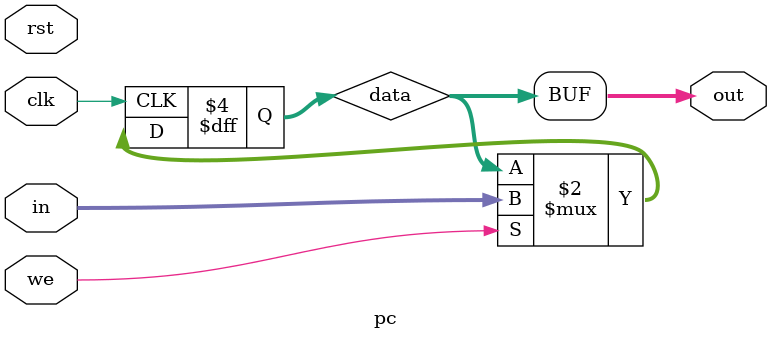
<source format=v>
`timescale 1ns / 1ps

module pc(input clk,
          input rst,
          input we,
          input[31:0] in,
          output[31:0] out);
    
    reg[31:0] data;
    assign out = data;
    always @(posedge clk)begin
        if(we)begin
            data <= in;
        end
    end     
    
    
    
endmodule

</source>
